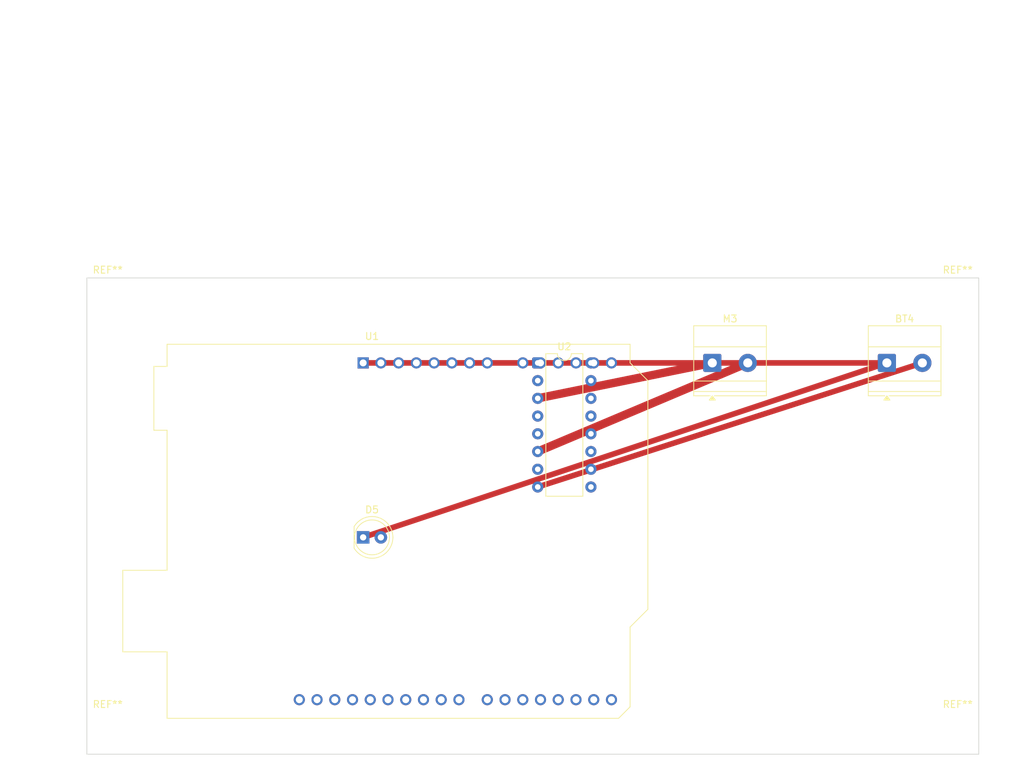
<source format=kicad_pcb>
(kicad_pcb (version 20241229) (generator "pcbnew") (generator_version "9.0")
  (layers (0 "F.Cu" signal) (2 "B.Cu" signal) (13 "F.Paste" user) (15 "B.Paste" user) (5 "F.SilkS" user "F.Silkscreen") (7 "B.SilkS" user "B.Silkscreen") (1 "F.Mask" user) (3 "B.Mask" user) (25 "Edge.Cuts" user))
  (net 0 "")
  (net 1 "GND")
  (net 2 "Net-(Motor_Out_0A)")
  (net 3 "Net-(Motor_Out_0B)")
  (net 4 "Net-(Batt_Pos-Driver_Power)")
  (footprint "LED_D5.0mm" (layer "F.Cu") (at 50 75)
    (property "Reference" "D5" (at 1.27 -3.96 0) (layer "F.SilkS"))
    (property "Value" "LED")
    (fp_line (start -1.29 -1.545) (end -1.29 1.545) (stroke (width 0.12)) (layer "F.SilkS"))
    (fp_arc (start -1.29 -1.54483) (mid 2.071779 -2.880495) (end 4.26 0) (stroke (width 0.12)) (layer "F.SilkS"))
    (fp_arc (start 4.26 0) (mid 2.071779 2.880495) (end -1.29 1.54483) (stroke (width 0.12)) (layer "F.SilkS"))
    (fp_circle (center 1.27 0) (end 3.77 0) (stroke (width 0.12)) (fill no) (layer "F.SilkS"))
    (pad "1" thru_hole rect (at 0 0) (size 1.8 1.8) (drill 0.9) (layers "*.Cu" "*.Mask") (net 1 "GND"))
    (pad "2" thru_hole circle (at 2.54 0) (size 1.8 1.8) (drill 0.9) (layers "*.Cu" "*.Mask"))
  )
  (footprint "MountingHole_3.2mm_M3" (layer "F.Cu") (at 135.155 40.83175)
    (property "Reference" "REF**" (at 0 -4.15 0) (layer "F.SilkS"))
    (property "Value" "MountingHole_3.2mm_M3")
    (pad "" np_thru_hole circle (at 0 0) (size 3.2 3.2) (drill 3.2) (layers "*.Cu" "*.Mask"))
  )
  (footprint "MountingHole_3.2mm_M3" (layer "F.Cu") (at 13.435 40.83175)
    (property "Reference" "REF**" (at 0 -4.15 0) (layer "F.SilkS"))
    (property "Value" "MountingHole_3.2mm_M3")
    (pad "" np_thru_hole circle (at 0 0) (size 3.2 3.2) (drill 3.2) (layers "*.Cu" "*.Mask"))
  )
  (footprint "TerminalBlock_Phoenix_MKDS-1,5-2-5.08_1x02_P5.08mm_Horizontal" (layer "F.Cu") (at 125 50)
    (property "Reference" "BT4" (at 2.54 -6.32 0) (layer "F.SilkS"))
    (property "Value" "Battery")
    (fp_line (start -2.66 -5.32) (end 7.74 -5.32) (stroke (width 0.12)) (layer "F.SilkS"))
    (fp_line (start -2.66 -2.3) (end 7.74 -2.3) (stroke (width 0.12)) (layer "F.SilkS"))
    (fp_line (start -2.66 2.6) (end 7.74 2.6) (stroke (width 0.12)) (layer "F.SilkS"))
    (fp_line (start -2.66 4.1) (end 7.74 4.1) (stroke (width 0.12)) (layer "F.SilkS"))
    (fp_line (start -2.66 4.72) (end -2.66 -5.32) (stroke (width 0.12)) (layer "F.SilkS"))
    (fp_line (start -0.3 4.72) (end -2.66 4.72) (stroke (width 0.12)) (layer "F.SilkS"))
    (fp_line (start 7.74 -5.32) (end 7.74 4.72) (stroke (width 0.12)) (layer "F.SilkS"))
    (fp_line (start 7.74 4.72) (end 0.3 4.72) (stroke (width 0.12)) (layer "F.SilkS"))
    (fp_poly (pts (xy 0 4.72) (xy 0.44 5.33) (xy -0.44 5.33)) (stroke (width 0.12)) (fill yes) (layer "F.SilkS"))
    (pad "1" thru_hole roundrect (at 0 0) (size 2.6 2.6) (drill 1.3) (layers "*.Cu" "*.Mask") (roundrect_rratio 0.096154) (net 1 "GND"))
    (pad "2" thru_hole circle (at 5.08 0) (size 2.6 2.6) (drill 1.3) (layers "*.Cu" "*.Mask") (net 4 "Net-(Batt_Pos-Driver_Power)"))
  )
  (footprint "MountingHole_3.2mm_M3" (layer "F.Cu") (at 13.435 103.075)
    (property "Reference" "REF**" (at 0 -4.15 0) (layer "F.SilkS"))
    (property "Value" "MountingHole_3.2mm_M3")
    (pad "" np_thru_hole circle (at 0 0) (size 3.2 3.2) (drill 3.2) (layers "*.Cu" "*.Mask"))
  )
  (footprint "MountingHole_3.2mm_M3" (layer "F.Cu") (at 135.155 103.075)
    (property "Reference" "REF**" (at 0 -4.15 0) (layer "F.SilkS"))
    (property "Value" "MountingHole_3.2mm_M3")
    (pad "" np_thru_hole circle (at 0 0) (size 3.2 3.2) (drill 3.2) (layers "*.Cu" "*.Mask"))
  )
  (footprint "DIP-16_W7.62mm" (layer "F.Cu") (at 75 50)
    (property "Reference" "U2" (at 3.81 -2.33 0) (layer "F.SilkS"))
    (property "Value" "L293D")
    (fp_line (start 1.16 -1.33) (end 1.16 19.11) (stroke (width 0.12)) (layer "F.SilkS"))
    (fp_line (start 1.16 19.11) (end 6.46 19.11) (stroke (width 0.12)) (layer "F.SilkS"))
    (fp_line (start 2.81 -1.33) (end 1.16 -1.33) (stroke (width 0.12)) (layer "F.SilkS"))
    (fp_line (start 6.46 -1.33) (end 4.81 -1.33) (stroke (width 0.12)) (layer "F.SilkS"))
    (fp_line (start 6.46 19.11) (end 6.46 -1.33) (stroke (width 0.12)) (layer "F.SilkS"))
    (fp_arc (start 4.81 -1.33) (mid 3.81 -0.33) (end 2.81 -1.33) (stroke (width 0.12)) (layer "F.SilkS"))
    (pad "1" thru_hole roundrect (at 0 0) (size 1.6 1.6) (drill 0.8) (layers "*.Cu" "*.Mask") (roundrect_rratio 0.15625) (net 1 "GND"))
    (pad "2" thru_hole circle (at 0 2.54) (size 1.6 1.6) (drill 0.8) (layers "*.Cu" "*.Mask"))
    (pad "3" thru_hole circle (at 0 5.08) (size 1.6 1.6) (drill 0.8) (layers "*.Cu" "*.Mask") (net 2 "Net-(Motor_Out_0A)"))
    (pad "4" thru_hole circle (at 0 7.62) (size 1.6 1.6) (drill 0.8) (layers "*.Cu" "*.Mask"))
    (pad "5" thru_hole circle (at 0 10.16) (size 1.6 1.6) (drill 0.8) (layers "*.Cu" "*.Mask"))
    (pad "6" thru_hole circle (at 0 12.7) (size 1.6 1.6) (drill 0.8) (layers "*.Cu" "*.Mask") (net 3 "Net-(Motor_Out_0B)"))
    (pad "7" thru_hole circle (at 0 15.24) (size 1.6 1.6) (drill 0.8) (layers "*.Cu" "*.Mask"))
    (pad "8" thru_hole circle (at 0 17.78) (size 1.6 1.6) (drill 0.8) (layers "*.Cu" "*.Mask") (net 4 "Net-(Batt_Pos-Driver_Power)"))
    (pad "9" thru_hole circle (at 7.62 17.78) (size 1.6 1.6) (drill 0.8) (layers "*.Cu" "*.Mask"))
    (pad "10" thru_hole circle (at 7.62 15.24) (size 1.6 1.6) (drill 0.8) (layers "*.Cu" "*.Mask"))
    (pad "11" thru_hole circle (at 7.62 12.7) (size 1.6 1.6) (drill 0.8) (layers "*.Cu" "*.Mask"))
    (pad "12" thru_hole circle (at 7.62 10.16) (size 1.6 1.6) (drill 0.8) (layers "*.Cu" "*.Mask"))
    (pad "13" thru_hole circle (at 7.62 7.62) (size 1.6 1.6) (drill 0.8) (layers "*.Cu" "*.Mask"))
    (pad "14" thru_hole circle (at 7.62 5.08) (size 1.6 1.6) (drill 0.8) (layers "*.Cu" "*.Mask"))
    (pad "15" thru_hole circle (at 7.62 2.54) (size 1.6 1.6) (drill 0.8) (layers "*.Cu" "*.Mask"))
    (pad "16" thru_hole circle (at 7.62 0) (size 1.6 1.6) (drill 0.8) (layers "*.Cu" "*.Mask"))
  )
  (footprint "Arduino_UNO_R3" (layer "F.Cu") (at 50 50)
    (property "Reference" "U1" (at 1.27 -3.81 180) (layer "F.SilkS"))
    (property "Value" "Arduino")
    (fp_line (start -34.42 29.72) (end -34.42 41.4) (stroke (width 0.12)) (layer "F.SilkS"))
    (fp_line (start -34.42 41.4) (end -28.07 41.4) (stroke (width 0.12)) (layer "F.SilkS"))
    (fp_line (start -29.97 0.51) (end -29.97 9.65) (stroke (width 0.12)) (layer "F.SilkS"))
    (fp_line (start -29.97 9.65) (end -28.07 9.65) (stroke (width 0.12)) (layer "F.SilkS"))
    (fp_line (start -28.07 -2.67) (end -28.07 0.51) (stroke (width 0.12)) (layer "F.SilkS"))
    (fp_line (start -28.07 0.51) (end -29.97 0.51) (stroke (width 0.12)) (layer "F.SilkS"))
    (fp_line (start -28.07 9.65) (end -28.07 29.72) (stroke (width 0.12)) (layer "F.SilkS"))
    (fp_line (start -28.07 29.72) (end -34.42 29.72) (stroke (width 0.12)) (layer "F.SilkS"))
    (fp_line (start -28.07 41.4) (end -28.07 50.93) (stroke (width 0.12)) (layer "F.SilkS"))
    (fp_line (start -28.07 50.93) (end 36.58 50.93) (stroke (width 0.12)) (layer "F.SilkS"))
    (fp_line (start 36.58 50.93) (end 38.23 49.28) (stroke (width 0.12)) (layer "F.SilkS"))
    (fp_line (start 38.23 -2.67) (end -28.07 -2.67) (stroke (width 0.12)) (layer "F.SilkS"))
    (fp_line (start 38.23 0) (end 38.23 -2.67) (stroke (width 0.12)) (layer "F.SilkS"))
    (fp_line (start 38.23 37.85) (end 40.77 35.31) (stroke (width 0.12)) (layer "F.SilkS"))
    (fp_line (start 38.23 49.28) (end 38.23 37.85) (stroke (width 0.12)) (layer "F.SilkS"))
    (fp_line (start 40.77 2.54) (end 38.23 0) (stroke (width 0.12)) (layer "F.SilkS"))
    (fp_line (start 40.77 35.31) (end 40.77 2.54) (stroke (width 0.12)) (layer "F.SilkS"))
    (pad "1" thru_hole rect (at 0 0 90) (size 1.6 1.6) (drill 1) (layers "*.Cu" "*.Mask") (net 1 "GND"))
    (pad "2" thru_hole oval (at 2.54 0 90) (size 1.6 1.6) (drill 1) (layers "*.Cu" "*.Mask"))
    (pad "3" thru_hole oval (at 5.08 0 90) (size 1.6 1.6) (drill 1) (layers "*.Cu" "*.Mask"))
    (pad "4" thru_hole oval (at 7.62 0 90) (size 1.6 1.6) (drill 1) (layers "*.Cu" "*.Mask"))
    (pad "5" thru_hole oval (at 10.16 0 90) (size 1.6 1.6) (drill 1) (layers "*.Cu" "*.Mask"))
    (pad "6" thru_hole oval (at 12.7 0 90) (size 1.6 1.6) (drill 1) (layers "*.Cu" "*.Mask"))
    (pad "7" thru_hole oval (at 15.24 0 90) (size 1.6 1.6) (drill 1) (layers "*.Cu" "*.Mask"))
    (pad "8" thru_hole oval (at 17.78 0 90) (size 1.6 1.6) (drill 1) (layers "*.Cu" "*.Mask"))
    (pad "9" thru_hole oval (at 22.86 0 90) (size 1.6 1.6) (drill 1) (layers "*.Cu" "*.Mask"))
    (pad "10" thru_hole oval (at 25.4 0 90) (size 1.6 1.6) (drill 1) (layers "*.Cu" "*.Mask"))
    (pad "11" thru_hole oval (at 27.94 0 90) (size 1.6 1.6) (drill 1) (layers "*.Cu" "*.Mask"))
    (pad "12" thru_hole oval (at 30.48 0 90) (size 1.6 1.6) (drill 1) (layers "*.Cu" "*.Mask"))
    (pad "13" thru_hole oval (at 33.02 0 90) (size 1.6 1.6) (drill 1) (layers "*.Cu" "*.Mask"))
    (pad "14" thru_hole oval (at 35.56 0 90) (size 1.6 1.6) (drill 1) (layers "*.Cu" "*.Mask"))
    (pad "15" thru_hole oval (at 35.56 48.26 90) (size 1.6 1.6) (drill 1) (layers "*.Cu" "*.Mask"))
    (pad "16" thru_hole oval (at 33.02 48.26 90) (size 1.6 1.6) (drill 1) (layers "*.Cu" "*.Mask"))
    (pad "17" thru_hole oval (at 30.48 48.26 90) (size 1.6 1.6) (drill 1) (layers "*.Cu" "*.Mask"))
    (pad "18" thru_hole oval (at 27.94 48.26 90) (size 1.6 1.6) (drill 1) (layers "*.Cu" "*.Mask"))
    (pad "19" thru_hole oval (at 25.4 48.26 90) (size 1.6 1.6) (drill 1) (layers "*.Cu" "*.Mask"))
    (pad "20" thru_hole oval (at 22.86 48.26 90) (size 1.6 1.6) (drill 1) (layers "*.Cu" "*.Mask"))
    (pad "21" thru_hole oval (at 20.32 48.26 90) (size 1.6 1.6) (drill 1) (layers "*.Cu" "*.Mask"))
    (pad "22" thru_hole oval (at 17.78 48.26 90) (size 1.6 1.6) (drill 1) (layers "*.Cu" "*.Mask"))
    (pad "23" thru_hole oval (at 13.72 48.26 90) (size 1.6 1.6) (drill 1) (layers "*.Cu" "*.Mask"))
    (pad "24" thru_hole oval (at 11.18 48.26 90) (size 1.6 1.6) (drill 1) (layers "*.Cu" "*.Mask"))
    (pad "25" thru_hole oval (at 8.64 48.26 90) (size 1.6 1.6) (drill 1) (layers "*.Cu" "*.Mask"))
    (pad "26" thru_hole oval (at 6.1 48.26 90) (size 1.6 1.6) (drill 1) (layers "*.Cu" "*.Mask"))
    (pad "27" thru_hole oval (at 3.56 48.26 90) (size 1.6 1.6) (drill 1) (layers "*.Cu" "*.Mask"))
    (pad "28" thru_hole oval (at 1.02 48.26 90) (size 1.6 1.6) (drill 1) (layers "*.Cu" "*.Mask"))
    (pad "29" thru_hole oval (at -1.52 48.26 90) (size 1.6 1.6) (drill 1) (layers "*.Cu" "*.Mask"))
    (pad "30" thru_hole oval (at -4.06 48.26 90) (size 1.6 1.6) (drill 1) (layers "*.Cu" "*.Mask"))
    (pad "31" thru_hole oval (at -6.6 48.26 90) (size 1.6 1.6) (drill 1) (layers "*.Cu" "*.Mask"))
    (pad "32" thru_hole oval (at -9.14 48.26 90) (size 1.6 1.6) (drill 1) (layers "*.Cu" "*.Mask"))
  )
  (footprint "TerminalBlock_Phoenix_MKDS-1,5-2-5.08_1x02_P5.08mm_Horizontal" (layer "F.Cu") (at 100 50)
    (property "Reference" "M3" (at 2.54 -6.32 0) (layer "F.SilkS"))
    (property "Value" "Motor")
    (fp_line (start -2.66 -5.32) (end 7.74 -5.32) (stroke (width 0.12)) (layer "F.SilkS"))
    (fp_line (start -2.66 -2.3) (end 7.74 -2.3) (stroke (width 0.12)) (layer "F.SilkS"))
    (fp_line (start -2.66 2.6) (end 7.74 2.6) (stroke (width 0.12)) (layer "F.SilkS"))
    (fp_line (start -2.66 4.1) (end 7.74 4.1) (stroke (width 0.12)) (layer "F.SilkS"))
    (fp_line (start -2.66 4.72) (end -2.66 -5.32) (stroke (width 0.12)) (layer "F.SilkS"))
    (fp_line (start -0.3 4.72) (end -2.66 4.72) (stroke (width 0.12)) (layer "F.SilkS"))
    (fp_line (start 7.74 -5.32) (end 7.74 4.72) (stroke (width 0.12)) (layer "F.SilkS"))
    (fp_line (start 7.74 4.72) (end 0.3 4.72) (stroke (width 0.12)) (layer "F.SilkS"))
    (fp_poly (pts (xy 0 4.72) (xy 0.44 5.33) (xy -0.44 5.33)) (stroke (width 0.12)) (fill yes) (layer "F.SilkS"))
    (pad "1" thru_hole roundrect (at 0 0) (size 2.6 2.6) (drill 1.3) (layers "*.Cu" "*.Mask") (roundrect_rratio 0.096154) (net 2 "Net-(Motor_Out_0A)"))
    (pad "2" thru_hole circle (at 5.08 0) (size 2.6 2.6) (drill 1.3) (layers "*.Cu" "*.Mask") (net 3 "Net-(Motor_Out_0B)"))
  )
  (gr_line (start 138.155 37.83175) (end 138.155 106.075) (stroke (width 0.1)) (layer "Edge.Cuts"))
  (gr_line (start 138.155 106.075) (end 10.435 106.075) (stroke (width 0.1)) (layer "Edge.Cuts"))
  (gr_line (start 10.435 106.075) (end 10.435 37.83175) (stroke (width 0.1)) (layer "Edge.Cuts"))
  (gr_line (start 10.435 37.83175) (end 138.155 37.83175) (stroke (width 0.1)) (layer "Edge.Cuts"))
  (segment (start 50 50) (end 75 50) (width 0.8) (layer "F.Cu") (net 1))
  (segment (start 100 50) (end 125 50) (width 0.8) (layer "F.Cu") (net 1))
  (segment (start 125 50) (end 50 75) (width 0.8) (layer "F.Cu") (net 1))
  (segment (start 75 50) (end 100 50) (width 0.8) (layer "F.Cu") (net 1))
  (segment (start 75 55.08) (end 100 50) (width 1.2) (layer "F.Cu") (net 2))
  (segment (start 75 62.7) (end 105.08 50) (width 1.2) (layer "F.Cu") (net 3))
  (segment (start 130.08 50) (end 75 67.78) (width 0.8) (layer "F.Cu") (net 4))
)
</source>
